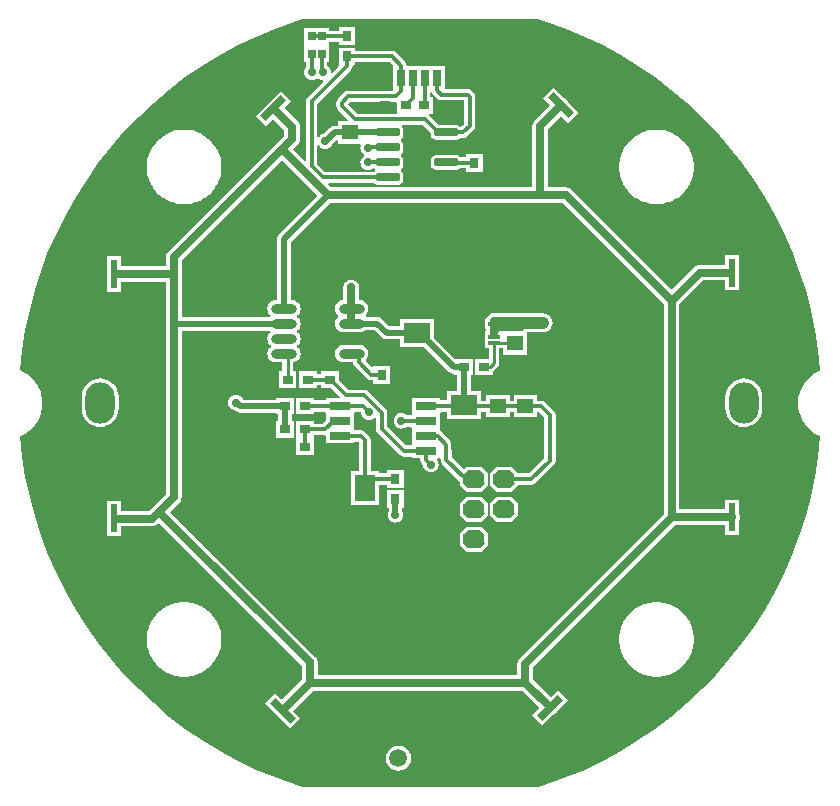
<source format=gtl>
G04*
G04 #@! TF.GenerationSoftware,Altium Limited,Altium Designer,19.1.8 (144)*
G04*
G04 Layer_Physical_Order=1*
G04 Layer_Color=255*
%FSLAX25Y25*%
%MOIN*%
G70*
G01*
G75*
%ADD12C,0.01000*%
%ADD22R,0.09894X0.13394*%
%ADD46R,0.06890X0.02559*%
%ADD47R,0.03150X0.03543*%
%ADD48O,0.03937X0.06299*%
%ADD49R,0.03150X0.05512*%
%ADD50R,0.02756X0.05512*%
%ADD51R,0.09500X0.13000*%
G04:AMPARAMS|DCode=52|XSize=77.56mil|YSize=23.62mil|CornerRadius=2.95mil|HoleSize=0mil|Usage=FLASHONLY|Rotation=180.000|XOffset=0mil|YOffset=0mil|HoleType=Round|Shape=RoundedRectangle|*
%AMROUNDEDRECTD52*
21,1,0.07756,0.01772,0,0,180.0*
21,1,0.07165,0.02362,0,0,180.0*
1,1,0.00591,-0.03583,0.00886*
1,1,0.00591,0.03583,0.00886*
1,1,0.00591,0.03583,-0.00886*
1,1,0.00591,-0.03583,-0.00886*
%
%ADD52ROUNDEDRECTD52*%
%ADD53R,0.03937X0.03150*%
%ADD54R,0.03937X0.01181*%
G04:AMPARAMS|DCode=55|XSize=23.62mil|YSize=94.49mil|CornerRadius=0mil|HoleSize=0mil|Usage=FLASHONLY|Rotation=135.000|XOffset=0mil|YOffset=0mil|HoleType=Round|Shape=Rectangle|*
%AMROTATEDRECTD55*
4,1,4,0.04176,0.02506,-0.02506,-0.04176,-0.04176,-0.02506,0.02506,0.04176,0.04176,0.02506,0.0*
%
%ADD55ROTATEDRECTD55*%

G04:AMPARAMS|DCode=56|XSize=62.99mil|YSize=94.49mil|CornerRadius=0mil|HoleSize=0mil|Usage=FLASHONLY|Rotation=315.000|XOffset=0mil|YOffset=0mil|HoleType=Round|Shape=Rectangle|*
%AMROTATEDRECTD56*
4,1,4,-0.05568,-0.01114,0.01114,0.05568,0.05568,0.01114,-0.01114,-0.05568,-0.05568,-0.01114,0.0*
%
%ADD56ROTATEDRECTD56*%

%ADD57R,0.02559X0.03150*%
%ADD58R,0.07087X0.08780*%
%ADD59R,0.05512X0.05118*%
%ADD60O,0.08661X0.03150*%
%ADD61R,0.08780X0.07087*%
%ADD62R,0.06299X0.09449*%
%ADD63R,0.02362X0.09449*%
G04:AMPARAMS|DCode=64|XSize=23.62mil|YSize=94.49mil|CornerRadius=0mil|HoleSize=0mil|Usage=FLASHONLY|Rotation=225.000|XOffset=0mil|YOffset=0mil|HoleType=Round|Shape=Rectangle|*
%AMROTATEDRECTD64*
4,1,4,-0.02506,0.04176,0.04176,-0.02506,0.02506,-0.04176,-0.04176,0.02506,-0.02506,0.04176,0.0*
%
%ADD64ROTATEDRECTD64*%

G04:AMPARAMS|DCode=65|XSize=62.99mil|YSize=94.49mil|CornerRadius=0mil|HoleSize=0mil|Usage=FLASHONLY|Rotation=45.000|XOffset=0mil|YOffset=0mil|HoleType=Round|Shape=Rectangle|*
%AMROTATEDRECTD65*
4,1,4,0.01114,-0.05568,-0.05568,0.01114,-0.01114,0.05568,0.05568,-0.01114,0.01114,-0.05568,0.0*
%
%ADD65ROTATEDRECTD65*%

%ADD66R,0.03543X0.03150*%
%ADD67C,0.02756*%
%ADD68C,0.01299*%
%ADD69C,0.02126*%
%ADD70C,0.03937*%
%ADD71C,0.01968*%
%ADD72C,0.01063*%
G04:AMPARAMS|DCode=73|XSize=13.78mil|YSize=19.68mil|CornerRadius=0mil|HoleSize=0mil|Usage=FLASHONLY|Rotation=315.000|XOffset=0mil|YOffset=0mil|HoleType=Round|Shape=Rectangle|*
%AMROTATEDRECTD73*
4,1,4,-0.01183,-0.00209,0.00209,0.01183,0.01183,0.00209,-0.00209,-0.01183,-0.01183,-0.00209,0.0*
%
%ADD73ROTATEDRECTD73*%

%ADD74R,0.01378X0.01968*%
G04:AMPARAMS|DCode=75|XSize=13.78mil|YSize=19.68mil|CornerRadius=0mil|HoleSize=0mil|Usage=FLASHONLY|Rotation=45.000|XOffset=0mil|YOffset=0mil|HoleType=Round|Shape=Rectangle|*
%AMROTATEDRECTD75*
4,1,4,0.00209,-0.01183,-0.01183,0.00209,-0.00209,0.01183,0.01183,-0.00209,0.00209,-0.01183,0.0*
%
%ADD75ROTATEDRECTD75*%

G04:AMPARAMS|DCode=76|XSize=98.43mil|YSize=137.8mil|CornerRadius=49.21mil|HoleSize=0mil|Usage=FLASHONLY|Rotation=0.000|XOffset=0mil|YOffset=0mil|HoleType=Round|Shape=RoundedRectangle|*
%AMROUNDEDRECTD76*
21,1,0.09843,0.03937,0,0,0.0*
21,1,0.00000,0.13780,0,0,0.0*
1,1,0.09843,0.00000,-0.01968*
1,1,0.09843,0.00000,-0.01968*
1,1,0.09843,0.00000,0.01968*
1,1,0.09843,0.00000,0.01968*
%
%ADD76ROUNDEDRECTD76*%
G04:AMPARAMS|DCode=77|XSize=60mil|YSize=70mil|CornerRadius=0mil|HoleSize=0mil|Usage=FLASHONLY|Rotation=270.000|XOffset=0mil|YOffset=0mil|HoleType=Round|Shape=Octagon|*
%AMOCTAGOND77*
4,1,8,0.03500,0.01500,0.03500,-0.01500,0.02000,-0.03000,-0.02000,-0.03000,-0.03500,-0.01500,-0.03500,0.01500,-0.02000,0.03000,0.02000,0.03000,0.03500,0.01500,0.0*
%
%ADD77OCTAGOND77*%

%ADD78C,0.05906*%
%ADD79C,0.02756*%
G36*
X81864Y258768D02*
X88262Y256466D01*
X94535Y253843D01*
X100666Y250905D01*
X106641Y247658D01*
X112442Y244113D01*
X118056Y240278D01*
X123469Y236163D01*
X128665Y231778D01*
X133632Y227135D01*
X138357Y222246D01*
X142828Y217123D01*
X147032Y211780D01*
X150960Y206230D01*
X154601Y200488D01*
X157946Y194569D01*
X160986Y188487D01*
X163714Y182259D01*
X166121Y175900D01*
X168203Y169428D01*
X169953Y162858D01*
X171368Y156207D01*
X172442Y149494D01*
X173175Y142734D01*
X173179Y142670D01*
X172112Y142201D01*
X171785Y142003D01*
X171445Y141827D01*
X170200Y140963D01*
X169917Y140706D01*
X169617Y140468D01*
X168560Y139381D01*
X168332Y139075D01*
X168083Y138784D01*
X167254Y137515D01*
X167088Y137170D01*
X166900Y136837D01*
X166329Y135432D01*
X166233Y135062D01*
X166112Y134700D01*
X165821Y133212D01*
X165797Y132830D01*
X165747Y132451D01*
Y130935D01*
X165797Y130556D01*
X165821Y130174D01*
X166112Y128686D01*
X166233Y128323D01*
X166329Y127953D01*
X166900Y126549D01*
X167088Y126216D01*
X167254Y125871D01*
X168083Y124602D01*
X168332Y124311D01*
X168560Y124005D01*
X169617Y122917D01*
X169917Y122680D01*
X170200Y122423D01*
X171445Y121558D01*
X171785Y121383D01*
X172112Y121185D01*
X173179Y120716D01*
X173175Y120652D01*
X172442Y113892D01*
X171368Y107178D01*
X169953Y100528D01*
X168203Y93958D01*
X166121Y87485D01*
X163714Y81127D01*
X160986Y74899D01*
X157946Y68817D01*
X154601Y62897D01*
X150960Y57156D01*
X147032Y51606D01*
X142828Y46262D01*
X138357Y41140D01*
X133632Y36251D01*
X128665Y31608D01*
X123469Y27223D01*
X118056Y23108D01*
X112442Y19272D01*
X106640Y15727D01*
X100666Y12481D01*
X94535Y9543D01*
X88262Y6919D01*
X81864Y4618D01*
X79175Y3802D01*
X353Y3802D01*
X-2337Y4618D01*
X-8734Y6919D01*
X-15007Y9543D01*
X-21138Y12481D01*
X-27113Y15727D01*
X-32915Y19272D01*
X-38529Y23108D01*
X-43941Y27223D01*
X-49137Y31607D01*
X-54105Y36250D01*
X-58830Y41140D01*
X-63300Y46262D01*
X-67505Y51605D01*
X-71433Y57156D01*
X-75074Y62897D01*
X-78419Y68817D01*
X-81459Y74899D01*
X-84186Y81127D01*
X-86594Y87485D01*
X-88675Y93958D01*
X-90426Y100528D01*
X-91840Y107179D01*
X-92915Y113892D01*
X-93648Y120652D01*
X-93651Y120716D01*
X-92585Y121185D01*
X-92257Y121383D01*
X-91918Y121558D01*
X-90672Y122423D01*
X-90389Y122680D01*
X-90089Y122917D01*
X-89033Y124005D01*
X-88804Y124311D01*
X-88555Y124602D01*
X-87726Y125871D01*
X-87561Y126216D01*
X-87372Y126549D01*
X-86802Y127953D01*
X-86705Y128323D01*
X-86584Y128686D01*
X-86294Y130174D01*
X-86270Y130556D01*
X-86220Y130935D01*
Y132451D01*
X-86270Y132830D01*
X-86294Y133212D01*
X-86584Y134700D01*
X-86706Y135063D01*
X-86802Y135432D01*
X-87372Y136837D01*
X-87561Y137170D01*
X-87726Y137515D01*
X-88555Y138784D01*
X-88804Y139075D01*
X-89033Y139381D01*
X-90089Y140468D01*
X-90389Y140706D01*
X-90672Y140963D01*
X-91918Y141827D01*
X-92257Y142003D01*
X-92585Y142201D01*
X-93651Y142670D01*
X-93648Y142734D01*
X-92915Y149494D01*
X-91840Y156207D01*
X-90426Y162858D01*
X-88675Y169428D01*
X-86594Y175900D01*
X-84186Y182259D01*
X-81459Y188487D01*
X-78419Y194569D01*
X-75074Y200488D01*
X-71433Y206230D01*
X-67505Y211780D01*
X-63300Y217123D01*
X-58830Y222246D01*
X-54105Y227135D01*
X-49138Y231778D01*
X-43941Y236163D01*
X-38529Y240278D01*
X-32915Y244113D01*
X-27113Y247658D01*
X-21138Y250905D01*
X-15007Y253843D01*
X-8734Y256466D01*
X-2337Y258768D01*
X353Y259584D01*
X79175D01*
X81864Y258768D01*
D02*
G37*
%LPC*%
G36*
X18129Y256909D02*
X12580D01*
Y255823D01*
X9369D01*
Y256712D01*
X1064D01*
Y251306D01*
X1064Y251162D01*
Y250806D01*
X1064Y250662D01*
Y245257D01*
X1657D01*
Y243706D01*
X1292Y243229D01*
X1032Y242602D01*
X943Y241929D01*
X1032Y241256D01*
X1292Y240629D01*
X1705Y240090D01*
X2243Y239677D01*
X2870Y239417D01*
X3543Y239329D01*
X4216Y239417D01*
X4843Y239677D01*
X5382Y240090D01*
X5806Y239889D01*
X6082Y239677D01*
X6709Y239418D01*
X7211Y239351D01*
X7430Y238864D01*
X2210Y233643D01*
X1801Y233031D01*
X1657Y232310D01*
Y212657D01*
X1196Y212466D01*
X-2658Y216319D01*
X-1114Y217863D01*
X-701Y218401D01*
X-441Y219028D01*
X-353Y219701D01*
Y223829D01*
X-441Y224502D01*
X-701Y225129D01*
X-1114Y225668D01*
X-5594Y230148D01*
X-3313Y232429D01*
X-6681Y235796D01*
X-15059Y227418D01*
X-11692Y224050D01*
X-9272Y226470D01*
X-5553Y222752D01*
Y220778D01*
X-44176Y182155D01*
X-44589Y181617D01*
X-44849Y180990D01*
X-44937Y180317D01*
Y177403D01*
X-59961D01*
Y180728D01*
X-64724D01*
Y168879D01*
X-59961D01*
Y172203D01*
X-44937D01*
Y158209D01*
Y101456D01*
X-49083Y97311D01*
X-50605Y95788D01*
X-59961D01*
Y99172D01*
X-64724D01*
Y87324D01*
X-59961D01*
Y90588D01*
X-49528D01*
X-48856Y90676D01*
X-48228Y90936D01*
X-47690Y91350D01*
X-47244Y91795D01*
X353Y44199D01*
Y39576D01*
X-6398Y32825D01*
X-8564Y34991D01*
X-11931Y31624D01*
X-3553Y23245D01*
X-186Y26613D01*
X-2721Y29148D01*
X4030Y35899D01*
X73683D01*
X79518Y30064D01*
X77132Y27678D01*
X80500Y24311D01*
X83990Y27802D01*
X84305Y27932D01*
X84844Y28345D01*
X85257Y28884D01*
X85387Y29199D01*
X88878Y32689D01*
X85510Y36057D01*
X83195Y33741D01*
X77360Y39576D01*
Y43766D01*
X124635Y91041D01*
X141379D01*
Y87717D01*
X146141D01*
Y92654D01*
X146272Y92969D01*
X146360Y93642D01*
X146272Y94315D01*
X146141Y94630D01*
Y99566D01*
X141379D01*
Y96242D01*
X126158D01*
Y164804D01*
X133951Y172597D01*
X141379D01*
Y169272D01*
X146141D01*
Y181121D01*
X141379D01*
Y177797D01*
X132874D01*
X132201Y177708D01*
X131574Y177449D01*
X131035Y177035D01*
X123558Y169558D01*
X90222Y202894D01*
X89683Y203308D01*
X89056Y203568D01*
X88383Y203656D01*
X82364D01*
Y223061D01*
X86769Y227467D01*
X89120Y225116D01*
X92487Y228483D01*
X88996Y231974D01*
X88866Y232289D01*
X88453Y232827D01*
X87914Y233241D01*
X87599Y233371D01*
X84109Y236862D01*
X80741Y233494D01*
X83092Y231144D01*
X77925Y225977D01*
X77512Y225439D01*
X77252Y224812D01*
X77164Y224138D01*
Y203656D01*
X10005D01*
X9083Y204578D01*
X9275Y205040D01*
X24244D01*
X24296Y204962D01*
X24791Y204631D01*
X25374Y204515D01*
X32539D01*
X33123Y204631D01*
X33617Y204962D01*
X33948Y205456D01*
X34064Y206040D01*
Y207811D01*
X33948Y208395D01*
X33617Y208890D01*
X33231Y209148D01*
X33192Y209323D01*
Y209528D01*
X33231Y209703D01*
X33617Y209962D01*
X33948Y210456D01*
X34064Y211040D01*
Y212811D01*
X33948Y213395D01*
X33617Y213890D01*
X33231Y214148D01*
X33192Y214323D01*
Y214528D01*
X33231Y214703D01*
X33617Y214962D01*
X33948Y215456D01*
X34064Y216040D01*
Y217811D01*
X33948Y218395D01*
X33617Y218889D01*
X33231Y219148D01*
X33192Y219323D01*
Y219528D01*
X33231Y219703D01*
X33617Y219962D01*
X33948Y220456D01*
X34064Y221040D01*
Y222811D01*
X33948Y223395D01*
X33617Y223889D01*
X33583Y223912D01*
X33735Y224412D01*
X40595D01*
X43338Y221669D01*
Y221040D01*
X43454Y220456D01*
X43784Y219962D01*
X44279Y219631D01*
X44862Y219515D01*
X52027D01*
X52611Y219631D01*
X53106Y219962D01*
X53158Y220040D01*
X54097D01*
X54819Y220183D01*
X55431Y220592D01*
X57618Y222779D01*
X58027Y223391D01*
X58170Y224113D01*
Y233781D01*
X58027Y234503D01*
X57618Y235115D01*
X56857Y235876D01*
X56245Y236285D01*
X55523Y236428D01*
X47932D01*
Y244113D01*
X35272D01*
Y244173D01*
X35128Y244895D01*
X34719Y245507D01*
X31648Y248578D01*
X31037Y248986D01*
X30315Y249130D01*
X18129D01*
Y250216D01*
X12580D01*
Y244272D01*
X12580Y244272D01*
X12580D01*
X12404Y243838D01*
X10447Y241881D01*
X9960Y242100D01*
X9894Y242602D01*
X9634Y243229D01*
X9221Y243768D01*
X8776Y244109D01*
Y245257D01*
X9369D01*
Y250662D01*
X9369Y250806D01*
Y251162D01*
X9369Y251306D01*
Y252051D01*
X12580D01*
Y250965D01*
X18129D01*
Y256909D01*
D02*
G37*
G36*
X119188Y222873D02*
X117820D01*
X117690Y222847D01*
X117558Y222856D01*
X116202Y222677D01*
X116077Y222635D01*
X115945Y222626D01*
X114624Y222272D01*
X114505Y222214D01*
X114375Y222188D01*
X113111Y221665D01*
X113002Y221591D01*
X112876Y221549D01*
X111692Y220865D01*
X111592Y220777D01*
X111473Y220719D01*
X110388Y219886D01*
X110301Y219787D01*
X110191Y219713D01*
X109224Y218746D01*
X109150Y218636D01*
X109051Y218549D01*
X108218Y217464D01*
X108160Y217345D01*
X108072Y217245D01*
X107388Y216061D01*
X107346Y215935D01*
X107272Y215826D01*
X106749Y214562D01*
X106723Y214432D01*
X106665Y214313D01*
X106311Y212992D01*
X106302Y212860D01*
X106260Y212735D01*
X106081Y211379D01*
X106090Y211247D01*
X106064Y211117D01*
Y209749D01*
X106090Y209619D01*
X106081Y209487D01*
X106260Y208131D01*
X106302Y208006D01*
X106311Y207874D01*
X106665Y206553D01*
X106723Y206434D01*
X106749Y206304D01*
X107272Y205041D01*
X107346Y204931D01*
X107388Y204805D01*
X108072Y203621D01*
X108160Y203521D01*
X108218Y203402D01*
X109051Y202318D01*
X109150Y202230D01*
X109224Y202120D01*
X110191Y201153D01*
X110301Y201080D01*
X110388Y200980D01*
X111473Y200147D01*
X111592Y200089D01*
X111692Y200002D01*
X112876Y199318D01*
X113002Y199275D01*
X113111Y199202D01*
X114375Y198678D01*
X114505Y198652D01*
X114624Y198594D01*
X115945Y198240D01*
X116077Y198231D01*
X116202Y198189D01*
X117558Y198010D01*
X117690Y198019D01*
X117820Y197993D01*
X119188D01*
X119318Y198019D01*
X119450Y198010D01*
X120806Y198189D01*
X120931Y198231D01*
X121063Y198240D01*
X122384Y198594D01*
X122503Y198652D01*
X122633Y198678D01*
X123896Y199202D01*
X124006Y199275D01*
X124132Y199318D01*
X125316Y200002D01*
X125416Y200089D01*
X125534Y200147D01*
X126620Y200980D01*
X126707Y201080D01*
X126817Y201153D01*
X127784Y202120D01*
X127857Y202230D01*
X127957Y202318D01*
X128790Y203402D01*
X128848Y203521D01*
X128936Y203621D01*
X129619Y204805D01*
X129662Y204931D01*
X129735Y205041D01*
X130259Y206304D01*
X130285Y206434D01*
X130343Y206553D01*
X130697Y207874D01*
X130706Y208006D01*
X130748Y208131D01*
X130927Y209487D01*
X130918Y209619D01*
X130944Y209749D01*
Y211117D01*
X130918Y211247D01*
X130927Y211379D01*
X130748Y212735D01*
X130706Y212860D01*
X130697Y212992D01*
X130343Y214313D01*
X130285Y214432D01*
X130259Y214562D01*
X129735Y215826D01*
X129662Y215935D01*
X129619Y216061D01*
X128936Y217245D01*
X128848Y217345D01*
X128790Y217464D01*
X127957Y218549D01*
X127857Y218636D01*
X127784Y218746D01*
X126817Y219713D01*
X126707Y219787D01*
X126620Y219886D01*
X125534Y220719D01*
X125416Y220777D01*
X125316Y220865D01*
X124132Y221549D01*
X124006Y221591D01*
X123896Y221665D01*
X122633Y222188D01*
X122503Y222214D01*
X122384Y222272D01*
X121063Y222626D01*
X120931Y222635D01*
X120806Y222677D01*
X119450Y222856D01*
X119318Y222847D01*
X119188Y222873D01*
D02*
G37*
G36*
X-38293D02*
X-39660D01*
X-39790Y222847D01*
X-39922Y222856D01*
X-41278Y222677D01*
X-41403Y222635D01*
X-41536Y222626D01*
X-42857Y222272D01*
X-42975Y222214D01*
X-43105Y222188D01*
X-44369Y221665D01*
X-44479Y221591D01*
X-44604Y221549D01*
X-45789Y220865D01*
X-45888Y220777D01*
X-46007Y220719D01*
X-47092Y219886D01*
X-47179Y219787D01*
X-47289Y219713D01*
X-48256Y218746D01*
X-48330Y218636D01*
X-48430Y218549D01*
X-49262Y217464D01*
X-49321Y217345D01*
X-49408Y217245D01*
X-50092Y216061D01*
X-50134Y215935D01*
X-50208Y215826D01*
X-50731Y214562D01*
X-50757Y214432D01*
X-50816Y214313D01*
X-51170Y212992D01*
X-51178Y212860D01*
X-51221Y212735D01*
X-51399Y211379D01*
X-51391Y211247D01*
X-51416Y211117D01*
Y209749D01*
X-51391Y209619D01*
X-51399Y209487D01*
X-51221Y208131D01*
X-51178Y208006D01*
X-51170Y207874D01*
X-50816Y206553D01*
X-50757Y206434D01*
X-50731Y206304D01*
X-50208Y205041D01*
X-50134Y204931D01*
X-50092Y204805D01*
X-49408Y203621D01*
X-49321Y203521D01*
X-49262Y203402D01*
X-48430Y202318D01*
X-48330Y202230D01*
X-48256Y202120D01*
X-47289Y201153D01*
X-47179Y201080D01*
X-47092Y200980D01*
X-46007Y200147D01*
X-45888Y200089D01*
X-45789Y200002D01*
X-44604Y199318D01*
X-44479Y199275D01*
X-44369Y199202D01*
X-43105Y198678D01*
X-42975Y198652D01*
X-42857Y198594D01*
X-41536Y198240D01*
X-41403Y198231D01*
X-41278Y198189D01*
X-39922Y198010D01*
X-39790Y198019D01*
X-39660Y197993D01*
X-38293D01*
X-38163Y198019D01*
X-38031Y198010D01*
X-36675Y198189D01*
X-36549Y198231D01*
X-36417Y198240D01*
X-35096Y198594D01*
X-34977Y198652D01*
X-34848Y198678D01*
X-33584Y199202D01*
X-33474Y199275D01*
X-33349Y199318D01*
X-32164Y200002D01*
X-32065Y200089D01*
X-31946Y200147D01*
X-30861Y200980D01*
X-30773Y201080D01*
X-30663Y201153D01*
X-29696Y202120D01*
X-29623Y202230D01*
X-29523Y202318D01*
X-28691Y203402D01*
X-28632Y203521D01*
X-28545Y203621D01*
X-27861Y204805D01*
X-27818Y204931D01*
X-27745Y205041D01*
X-27222Y206304D01*
X-27196Y206434D01*
X-27137Y206553D01*
X-26783Y207874D01*
X-26774Y208006D01*
X-26732Y208131D01*
X-26553Y209487D01*
X-26562Y209619D01*
X-26536Y209749D01*
Y211117D01*
X-26562Y211247D01*
X-26553Y211379D01*
X-26732Y212735D01*
X-26774Y212860D01*
X-26783Y212992D01*
X-27137Y214313D01*
X-27196Y214432D01*
X-27222Y214562D01*
X-27745Y215826D01*
X-27818Y215935D01*
X-27861Y216061D01*
X-28545Y217245D01*
X-28632Y217345D01*
X-28691Y217464D01*
X-29523Y218549D01*
X-29623Y218636D01*
X-29696Y218746D01*
X-30663Y219713D01*
X-30773Y219787D01*
X-30861Y219886D01*
X-31946Y220719D01*
X-32065Y220777D01*
X-32164Y220865D01*
X-33349Y221549D01*
X-33474Y221591D01*
X-33584Y221665D01*
X-34848Y222188D01*
X-34977Y222214D01*
X-35096Y222272D01*
X-36417Y222626D01*
X-36549Y222635D01*
X-36675Y222677D01*
X-38031Y222856D01*
X-38163Y222847D01*
X-38293Y222873D01*
D02*
G37*
G36*
X60549Y214767D02*
X54999D01*
Y213746D01*
X53201D01*
X53106Y213890D01*
X52611Y214220D01*
X52027Y214336D01*
X44862D01*
X44279Y214220D01*
X43784Y213890D01*
X43454Y213395D01*
X43338Y212811D01*
Y211040D01*
X43454Y210456D01*
X43784Y209962D01*
X44279Y209631D01*
X44862Y209515D01*
X52027D01*
X52611Y209631D01*
X53106Y209962D01*
X53114Y209974D01*
X54999D01*
Y208823D01*
X60549D01*
Y214767D01*
D02*
G37*
G36*
X147638Y140009D02*
X146438Y139891D01*
X145284Y139541D01*
X144221Y138972D01*
X143289Y138208D01*
X142524Y137276D01*
X141955Y136212D01*
X141605Y135058D01*
X141487Y133858D01*
Y129921D01*
X141605Y128721D01*
X141955Y127567D01*
X142524Y126504D01*
X143289Y125572D01*
X144221Y124807D01*
X145284Y124239D01*
X146438Y123889D01*
X147638Y123770D01*
X148838Y123889D01*
X149992Y124239D01*
X151055Y124807D01*
X151987Y125572D01*
X152752Y126504D01*
X153321Y127567D01*
X153671Y128721D01*
X153789Y129921D01*
Y133858D01*
X153671Y135058D01*
X153321Y136212D01*
X152752Y137276D01*
X151987Y138208D01*
X151055Y138972D01*
X149992Y139541D01*
X148838Y139891D01*
X147638Y140009D01*
D02*
G37*
G36*
X-66929D02*
X-68129Y139891D01*
X-69283Y139541D01*
X-70346Y138972D01*
X-71279Y138208D01*
X-72043Y137276D01*
X-72612Y136212D01*
X-72962Y135058D01*
X-73080Y133858D01*
Y129921D01*
X-72962Y128721D01*
X-72612Y127567D01*
X-72043Y126504D01*
X-71279Y125572D01*
X-70346Y124807D01*
X-69283Y124239D01*
X-68129Y123889D01*
X-66929Y123770D01*
X-65729Y123889D01*
X-64575Y124239D01*
X-63512Y124807D01*
X-62580Y125572D01*
X-61815Y126504D01*
X-61247Y127567D01*
X-60896Y128721D01*
X-60778Y129921D01*
Y133858D01*
X-60896Y135058D01*
X-61247Y136212D01*
X-61815Y137276D01*
X-62580Y138208D01*
X-63512Y138972D01*
X-64575Y139541D01*
X-65729Y139891D01*
X-66929Y140009D01*
D02*
G37*
G36*
X119188Y65393D02*
X117820D01*
X117690Y65367D01*
X117558Y65376D01*
X116202Y65197D01*
X116077Y65155D01*
X115945Y65146D01*
X114624Y64792D01*
X114505Y64733D01*
X114375Y64708D01*
X113111Y64184D01*
X113002Y64111D01*
X112876Y64068D01*
X111692Y63384D01*
X111592Y63297D01*
X111473Y63239D01*
X110388Y62406D01*
X110301Y62306D01*
X110191Y62233D01*
X109224Y61266D01*
X109150Y61156D01*
X109051Y61068D01*
X108218Y59983D01*
X108160Y59865D01*
X108072Y59765D01*
X107388Y58581D01*
X107346Y58455D01*
X107272Y58345D01*
X106749Y57082D01*
X106723Y56952D01*
X106665Y56833D01*
X106311Y55512D01*
X106302Y55380D01*
X106260Y55255D01*
X106081Y53899D01*
X106090Y53766D01*
X106064Y53637D01*
Y52269D01*
X106090Y52139D01*
X106081Y52007D01*
X106260Y50651D01*
X106302Y50526D01*
X106311Y50393D01*
X106665Y49073D01*
X106723Y48954D01*
X106749Y48824D01*
X107272Y47560D01*
X107346Y47450D01*
X107388Y47325D01*
X108072Y46141D01*
X108160Y46041D01*
X108218Y45922D01*
X109051Y44837D01*
X109150Y44750D01*
X109224Y44640D01*
X110191Y43673D01*
X110301Y43599D01*
X110388Y43500D01*
X111473Y42667D01*
X111592Y42608D01*
X111692Y42521D01*
X112876Y41837D01*
X113002Y41795D01*
X113111Y41721D01*
X114375Y41198D01*
X114505Y41172D01*
X114624Y41113D01*
X115945Y40760D01*
X116077Y40751D01*
X116202Y40708D01*
X117558Y40530D01*
X117690Y40538D01*
X117820Y40513D01*
X119188D01*
X119318Y40538D01*
X119450Y40530D01*
X120806Y40708D01*
X120931Y40751D01*
X121063Y40760D01*
X122384Y41113D01*
X122503Y41172D01*
X122633Y41198D01*
X123896Y41721D01*
X124006Y41795D01*
X124132Y41837D01*
X125316Y42521D01*
X125416Y42608D01*
X125534Y42667D01*
X126620Y43500D01*
X126707Y43599D01*
X126817Y43673D01*
X127784Y44640D01*
X127857Y44750D01*
X127957Y44837D01*
X128790Y45922D01*
X128848Y46041D01*
X128936Y46141D01*
X129619Y47325D01*
X129662Y47450D01*
X129735Y47560D01*
X130259Y48824D01*
X130285Y48954D01*
X130343Y49073D01*
X130697Y50393D01*
X130706Y50526D01*
X130748Y50651D01*
X130927Y52007D01*
X130918Y52139D01*
X130944Y52269D01*
Y53637D01*
X130918Y53766D01*
X130927Y53899D01*
X130748Y55255D01*
X130706Y55380D01*
X130697Y55512D01*
X130343Y56833D01*
X130285Y56952D01*
X130259Y57082D01*
X129735Y58345D01*
X129662Y58455D01*
X129619Y58581D01*
X128936Y59765D01*
X128848Y59865D01*
X128790Y59983D01*
X127957Y61068D01*
X127857Y61156D01*
X127784Y61266D01*
X126817Y62233D01*
X126707Y62306D01*
X126620Y62406D01*
X125534Y63239D01*
X125416Y63297D01*
X125316Y63384D01*
X124132Y64068D01*
X124006Y64111D01*
X123896Y64184D01*
X122633Y64708D01*
X122503Y64733D01*
X122384Y64792D01*
X121063Y65146D01*
X120931Y65155D01*
X120806Y65197D01*
X119450Y65376D01*
X119318Y65367D01*
X119188Y65393D01*
D02*
G37*
G36*
X-38293D02*
X-39660D01*
X-39790Y65367D01*
X-39922Y65376D01*
X-41278Y65197D01*
X-41403Y65155D01*
X-41536Y65146D01*
X-42857Y64792D01*
X-42975Y64733D01*
X-43105Y64708D01*
X-44369Y64184D01*
X-44479Y64111D01*
X-44604Y64068D01*
X-45789Y63384D01*
X-45888Y63297D01*
X-46007Y63239D01*
X-47092Y62406D01*
X-47179Y62306D01*
X-47289Y62233D01*
X-48256Y61266D01*
X-48330Y61156D01*
X-48430Y61068D01*
X-49262Y59983D01*
X-49321Y59865D01*
X-49408Y59765D01*
X-50092Y58581D01*
X-50134Y58455D01*
X-50208Y58345D01*
X-50731Y57082D01*
X-50757Y56952D01*
X-50816Y56833D01*
X-51170Y55512D01*
X-51178Y55380D01*
X-51221Y55255D01*
X-51399Y53899D01*
X-51391Y53766D01*
X-51416Y53637D01*
Y52269D01*
X-51391Y52139D01*
X-51399Y52007D01*
X-51221Y50651D01*
X-51178Y50526D01*
X-51170Y50393D01*
X-50816Y49073D01*
X-50757Y48954D01*
X-50731Y48824D01*
X-50208Y47560D01*
X-50134Y47450D01*
X-50092Y47325D01*
X-49408Y46141D01*
X-49321Y46041D01*
X-49262Y45922D01*
X-48430Y44837D01*
X-48330Y44750D01*
X-48256Y44640D01*
X-47289Y43673D01*
X-47179Y43599D01*
X-47092Y43500D01*
X-46007Y42667D01*
X-45888Y42608D01*
X-45789Y42521D01*
X-44604Y41837D01*
X-44479Y41795D01*
X-44369Y41721D01*
X-43105Y41198D01*
X-42975Y41172D01*
X-42857Y41113D01*
X-41536Y40760D01*
X-41403Y40751D01*
X-41278Y40708D01*
X-39922Y40530D01*
X-39790Y40538D01*
X-39660Y40513D01*
X-38293D01*
X-38163Y40538D01*
X-38031Y40530D01*
X-36675Y40708D01*
X-36549Y40751D01*
X-36417Y40760D01*
X-35096Y41113D01*
X-34977Y41172D01*
X-34848Y41198D01*
X-33584Y41721D01*
X-33474Y41795D01*
X-33349Y41837D01*
X-32164Y42521D01*
X-32065Y42608D01*
X-31946Y42667D01*
X-30861Y43500D01*
X-30773Y43599D01*
X-30663Y43673D01*
X-29696Y44640D01*
X-29623Y44750D01*
X-29523Y44837D01*
X-28691Y45922D01*
X-28632Y46041D01*
X-28545Y46141D01*
X-27861Y47325D01*
X-27818Y47450D01*
X-27745Y47560D01*
X-27222Y48824D01*
X-27196Y48954D01*
X-27137Y49073D01*
X-26783Y50393D01*
X-26774Y50526D01*
X-26732Y50651D01*
X-26553Y52007D01*
X-26562Y52139D01*
X-26536Y52269D01*
Y53637D01*
X-26562Y53766D01*
X-26553Y53899D01*
X-26732Y55255D01*
X-26774Y55380D01*
X-26783Y55512D01*
X-27137Y56833D01*
X-27196Y56952D01*
X-27222Y57082D01*
X-27745Y58345D01*
X-27818Y58455D01*
X-27861Y58581D01*
X-28545Y59765D01*
X-28632Y59865D01*
X-28691Y59983D01*
X-29523Y61068D01*
X-29623Y61156D01*
X-29696Y61266D01*
X-30663Y62233D01*
X-30773Y62306D01*
X-30861Y62406D01*
X-31946Y63239D01*
X-32065Y63297D01*
X-32164Y63384D01*
X-33349Y64068D01*
X-33474Y64111D01*
X-33584Y64184D01*
X-34848Y64708D01*
X-34977Y64733D01*
X-35096Y64792D01*
X-36417Y65146D01*
X-36549Y65155D01*
X-36675Y65197D01*
X-38031Y65376D01*
X-38163Y65367D01*
X-38293Y65393D01*
D02*
G37*
G36*
X32480Y17476D02*
X31396Y17333D01*
X30386Y16915D01*
X29518Y16249D01*
X28853Y15382D01*
X28435Y14371D01*
X28292Y13287D01*
X28435Y12203D01*
X28853Y11193D01*
X29518Y10326D01*
X30386Y9660D01*
X31396Y9241D01*
X32480Y9099D01*
X33564Y9241D01*
X34575Y9660D01*
X35442Y10326D01*
X36108Y11193D01*
X36526Y12203D01*
X36669Y13287D01*
X36526Y14371D01*
X36108Y15382D01*
X35442Y16249D01*
X34575Y16915D01*
X33564Y17333D01*
X32480Y17476D01*
D02*
G37*
%LPD*%
G36*
X31871Y231650D02*
Y228214D01*
X31383Y228184D01*
X18858D01*
X15757Y231284D01*
X16601Y232127D01*
X31389D01*
X31871Y231650D01*
D02*
G37*
G36*
X30808Y244084D02*
Y236202D01*
X30433Y235899D01*
X15820D01*
X15098Y235755D01*
X14486Y235347D01*
X12295Y233156D01*
X11886Y232544D01*
X11743Y231822D01*
Y230746D01*
X11886Y230024D01*
X12295Y229413D01*
X15538Y226170D01*
X15347Y225708D01*
X12384D01*
Y224176D01*
X11256D01*
X11256Y224176D01*
X10403Y224006D01*
X9681Y223524D01*
X9681Y223523D01*
X7736Y221579D01*
X7450Y221541D01*
X6823Y221281D01*
X6284Y220868D01*
X5929Y220405D01*
X5641Y220440D01*
X5429Y220541D01*
Y231529D01*
X16688Y242787D01*
X17097Y243399D01*
X17240Y244121D01*
Y244272D01*
X18129D01*
Y245358D01*
X29534D01*
X30808Y244084D01*
D02*
G37*
G36*
X43626Y235233D02*
X44021Y234643D01*
X45455Y233209D01*
X46066Y232800D01*
X46788Y232656D01*
X54399D01*
Y224894D01*
X53577Y224072D01*
X53106Y223889D01*
X52611Y224220D01*
X52027Y224336D01*
X46005D01*
X42709Y227631D01*
X42586Y227714D01*
X42737Y228214D01*
X44113D01*
Y233764D01*
X43126D01*
Y235098D01*
X43589Y235241D01*
X43626Y235233D01*
D02*
G37*
G36*
X12384Y219220D02*
Y218190D01*
X19613D01*
X19947Y217690D01*
X19851Y217457D01*
X19762Y216784D01*
X19851Y216111D01*
X20110Y215484D01*
X20524Y214946D01*
X20904Y214653D01*
X20943Y214537D01*
Y214173D01*
X20904Y214057D01*
X20524Y213764D01*
X20110Y213226D01*
X19851Y212599D01*
X19762Y211926D01*
X19851Y211253D01*
X20110Y210626D01*
X20524Y210087D01*
X21062Y209674D01*
X21689Y209414D01*
X22362Y209325D01*
X23035Y209414D01*
X23662Y209674D01*
X23821Y209796D01*
X24257Y209948D01*
X24686Y209690D01*
X24722Y209528D01*
Y209323D01*
X24683Y209148D01*
X24296Y208890D01*
X24244Y208811D01*
X8143D01*
X5429Y211525D01*
Y217518D01*
X5641Y217619D01*
X5929Y217653D01*
X6284Y217191D01*
X6823Y216777D01*
X7450Y216518D01*
X8123Y216429D01*
X8796Y216518D01*
X9423Y216777D01*
X9962Y217191D01*
X10375Y217729D01*
X10509Y218052D01*
X11884Y219427D01*
X12384Y219220D01*
D02*
G37*
G36*
X5458Y200849D02*
X-7301Y188090D01*
X-7801Y187341D01*
X-7977Y186459D01*
Y166007D01*
X-8425D01*
X-9150Y165912D01*
X-9825Y165632D01*
X-10404Y165188D01*
X-10849Y164608D01*
X-11129Y163933D01*
X-11224Y163209D01*
X-11129Y162484D01*
X-10849Y161809D01*
X-10404Y161230D01*
X-10136Y161024D01*
X-10130Y161004D01*
X-10295Y160516D01*
X-39737D01*
Y174803D01*
Y179240D01*
X-6335Y212642D01*
X5458Y200849D01*
D02*
G37*
G36*
X120958Y164804D02*
Y94719D01*
X72921Y46682D01*
X72508Y46143D01*
X72248Y45516D01*
X72159Y44844D01*
Y41100D01*
X5553D01*
Y45276D01*
X5464Y45949D01*
X5205Y46576D01*
X4791Y47114D01*
X-43567Y95472D01*
X-40499Y98541D01*
X-40085Y99079D01*
X-39826Y99706D01*
X-39737Y100379D01*
Y155901D01*
X-10295D01*
X-10130Y155413D01*
X-10136Y155394D01*
X-10404Y155188D01*
X-10849Y154608D01*
X-11129Y153933D01*
X-11224Y153209D01*
X-11129Y152484D01*
X-10849Y151809D01*
X-10404Y151230D01*
X-10136Y151024D01*
Y150393D01*
X-10404Y150188D01*
X-10849Y149608D01*
X-11129Y148933D01*
X-11224Y148209D01*
X-11129Y147484D01*
X-10849Y146809D01*
X-10404Y146230D01*
X-9825Y145785D01*
X-9150Y145505D01*
X-8425Y145410D01*
X-6204D01*
Y142271D01*
X-7442D01*
Y136722D01*
X-1499D01*
Y142271D01*
X-2737D01*
Y145433D01*
X-2189Y145505D01*
X-1514Y145785D01*
X-934Y146230D01*
X-490Y146809D01*
X-210Y147484D01*
X-115Y148209D01*
X-210Y148933D01*
X-490Y149608D01*
X-934Y150188D01*
X-1203Y150393D01*
Y151024D01*
X-934Y151230D01*
X-490Y151809D01*
X-210Y152484D01*
X-115Y153209D01*
X-210Y153933D01*
X-490Y154608D01*
X-934Y155188D01*
X-1203Y155394D01*
Y156024D01*
X-934Y156230D01*
X-490Y156809D01*
X-210Y157484D01*
X-115Y158209D01*
X-210Y158933D01*
X-490Y159608D01*
X-934Y160188D01*
X-1203Y160394D01*
Y161024D01*
X-934Y161230D01*
X-490Y161809D01*
X-210Y162484D01*
X-115Y163209D01*
X-210Y163933D01*
X-490Y164608D01*
X-934Y165188D01*
X-1514Y165632D01*
X-2189Y165912D01*
X-2913Y166007D01*
X-3362D01*
Y185503D01*
X9591Y198456D01*
X87306D01*
X120958Y164804D01*
D02*
G37*
%LPC*%
G36*
X64077Y161755D02*
X63783Y161697D01*
X63609Y161662D01*
X63609Y161662D01*
X63608Y161662D01*
X63066Y161437D01*
X63066Y161437D01*
X62867Y161304D01*
X62669Y161172D01*
X62669Y161172D01*
X62255Y160757D01*
X62255Y160757D01*
X62255Y160757D01*
X62106Y160535D01*
X61989Y160360D01*
X61989Y160360D01*
X61989Y160360D01*
X61783Y159862D01*
X61187D01*
Y156281D01*
X61672D01*
Y155689D01*
X61187D01*
Y152108D01*
Y150021D01*
X62590D01*
Y146476D01*
X58052D01*
Y140926D01*
X63995D01*
Y142353D01*
X64144Y142452D01*
X65604Y143913D01*
X65987Y144485D01*
X66121Y145161D01*
Y150021D01*
X67374D01*
Y147880D01*
X75286D01*
Y154179D01*
Y155269D01*
X80709D01*
X81536Y155378D01*
X82307Y155697D01*
X82968Y156205D01*
X83476Y156867D01*
X83796Y157637D01*
X83904Y158465D01*
X83796Y159292D01*
X83476Y160063D01*
X82968Y160724D01*
X82307Y161232D01*
X81536Y161551D01*
X80709Y161660D01*
X75286D01*
Y161697D01*
X74204D01*
X74105Y161721D01*
X73961Y161727D01*
X73819Y161755D01*
X73356Y161755D01*
X73356Y161755D01*
X73356Y161755D01*
X64370Y161755D01*
X64077Y161755D01*
X64077Y161755D01*
X64077Y161755D01*
D02*
G37*
G36*
X19685Y151007D02*
X14173D01*
X13449Y150912D01*
X12774Y150632D01*
X12194Y150188D01*
X11749Y149608D01*
X11470Y148933D01*
X11374Y148209D01*
X11470Y147484D01*
X11749Y146809D01*
X12194Y146230D01*
X12774Y145785D01*
X13449Y145505D01*
X14173Y145410D01*
X17299D01*
Y145304D01*
X17442Y144582D01*
X17851Y143970D01*
X22013Y139808D01*
X22625Y139399D01*
X23346Y139256D01*
X24115D01*
Y138170D01*
X29665D01*
Y144113D01*
X24115D01*
Y143693D01*
X23653Y143502D01*
X21514Y145641D01*
X21547Y146140D01*
X21664Y146230D01*
X22109Y146809D01*
X22388Y147484D01*
X22484Y148209D01*
X22388Y148933D01*
X22109Y149608D01*
X21664Y150188D01*
X21084Y150632D01*
X20409Y150912D01*
X19685Y151007D01*
D02*
G37*
G36*
X16732Y172876D02*
X16059Y172787D01*
X15432Y172527D01*
X14894Y172114D01*
X14480Y171576D01*
X14221Y170949D01*
X14132Y170276D01*
Y166002D01*
X13449Y165912D01*
X12774Y165632D01*
X12194Y165188D01*
X11749Y164608D01*
X11470Y163933D01*
X11374Y163209D01*
X11470Y162484D01*
X11749Y161809D01*
X12194Y161230D01*
X12462Y161024D01*
Y160394D01*
X12194Y160188D01*
X11749Y159608D01*
X11470Y158933D01*
X11374Y158209D01*
X11470Y157484D01*
X11749Y156809D01*
X12194Y156230D01*
X12774Y155785D01*
X13449Y155505D01*
X14173Y155410D01*
X19685D01*
X20409Y155505D01*
X21084Y155785D01*
X21341Y155982D01*
X24566D01*
X26965Y153583D01*
X26965Y153583D01*
X27687Y153100D01*
X28539Y152930D01*
X28539Y152930D01*
X33111D01*
Y150414D01*
X41141D01*
X49429Y142126D01*
X49429Y142126D01*
X50152Y141643D01*
X51004Y141474D01*
X51359Y141155D01*
Y140926D01*
X52104D01*
Y135764D01*
X48741D01*
Y132670D01*
X46279D01*
Y133264D01*
X36989D01*
Y128764D01*
X36989Y128305D01*
Y128024D01*
X36635Y127671D01*
X35242D01*
X34765Y128036D01*
X34137Y128296D01*
X33465Y128385D01*
X32792Y128296D01*
X32164Y128036D01*
X31626Y127623D01*
X31213Y127085D01*
X30953Y126458D01*
X30864Y125785D01*
X30953Y125112D01*
X31213Y124485D01*
X31626Y123946D01*
X32164Y123533D01*
X32792Y123273D01*
X33465Y123185D01*
X34137Y123273D01*
X34765Y123533D01*
X35242Y123899D01*
X36635D01*
X36989Y123545D01*
Y123305D01*
X36989Y122805D01*
Y118764D01*
X36989Y118305D01*
X36989D01*
Y118264D01*
X36989D01*
Y117671D01*
X35033D01*
X28776Y123928D01*
Y128484D01*
X28632Y129206D01*
X28223Y129818D01*
X22468Y135573D01*
X21856Y135982D01*
X21134Y136126D01*
X15881D01*
X12618Y139389D01*
Y142271D01*
X6675D01*
Y141382D01*
X5194D01*
Y142271D01*
X-749D01*
Y136722D01*
X5194D01*
Y137610D01*
X6675D01*
Y136722D01*
X9951D01*
X12947Y133726D01*
X12755Y133264D01*
X8446D01*
Y132670D01*
X4323D01*
Y133560D01*
X-1620D01*
Y128010D01*
X4323D01*
Y128899D01*
X8092D01*
X8446Y128545D01*
Y128305D01*
X8446Y127805D01*
Y125972D01*
X7342Y124868D01*
X4323D01*
Y125757D01*
X-1620D01*
Y120355D01*
X-1620Y120208D01*
X-1620D01*
X-1594Y119866D01*
X-1594D01*
Y114316D01*
X4350D01*
Y119719D01*
X4350Y119866D01*
X4350D01*
X4323Y120208D01*
X4323D01*
Y121097D01*
X8123D01*
X8446Y120832D01*
Y118305D01*
X17735D01*
Y118899D01*
X19298D01*
X19453Y118744D01*
Y108915D01*
X16595D01*
Y97736D01*
X26082D01*
Y104537D01*
X28721D01*
Y103451D01*
X34271D01*
Y109394D01*
X28721D01*
Y108308D01*
X26082D01*
Y108915D01*
X23224D01*
Y119525D01*
X23081Y120247D01*
X22672Y120858D01*
X21412Y122118D01*
X20800Y122527D01*
X20079Y122670D01*
X17735D01*
Y123264D01*
X17736D01*
Y123305D01*
X17735D01*
Y127805D01*
X17735Y128264D01*
Y128545D01*
X18089Y128899D01*
X19809D01*
X20048Y128661D01*
X20126Y128065D01*
X20386Y127437D01*
X20799Y126899D01*
X21338Y126486D01*
X21965Y126226D01*
X22638Y126137D01*
X23311Y126226D01*
X23938Y126486D01*
X24476Y126899D01*
X24504Y126935D01*
X25004Y126765D01*
Y123147D01*
X25148Y122425D01*
X25556Y121813D01*
X32919Y114451D01*
X33530Y114042D01*
X34252Y113899D01*
X36989D01*
Y113305D01*
X39748D01*
Y112894D01*
X39892Y112172D01*
X40300Y111560D01*
X40717Y111144D01*
X40795Y110547D01*
X41055Y109920D01*
X41469Y109382D01*
X42007Y108969D01*
X42634Y108709D01*
X43307Y108620D01*
X43980Y108709D01*
X44607Y108969D01*
X45146Y109382D01*
X45559Y109920D01*
X45819Y110547D01*
X45907Y111221D01*
X45819Y111893D01*
X45559Y112521D01*
X45341Y112805D01*
X45587Y113305D01*
X46279D01*
X46606Y112941D01*
Y112715D01*
X46749Y111993D01*
X47158Y111381D01*
X52998Y105541D01*
Y104260D01*
X55098Y102160D01*
X60298D01*
X62398Y104260D01*
Y108460D01*
X60298Y110560D01*
X55098D01*
X54206Y109667D01*
X50377Y113496D01*
Y117847D01*
X50234Y118569D01*
X49825Y119181D01*
X46887Y122118D01*
X46279Y122525D01*
X46279Y123264D01*
X46279Y123764D01*
Y127805D01*
X46279Y128264D01*
Y128545D01*
X46632Y128899D01*
X48741D01*
Y126278D01*
X59921D01*
Y128785D01*
X61792D01*
Y126912D01*
X69704D01*
Y128785D01*
X70847D01*
Y126912D01*
X78759D01*
Y128785D01*
X79316D01*
X81119Y126982D01*
Y113314D01*
X76051Y108246D01*
X72398D01*
Y108460D01*
X70298Y110560D01*
X65098D01*
X62998Y108460D01*
Y104260D01*
X65098Y102160D01*
X70298D01*
X72398Y104260D01*
Y104474D01*
X76832D01*
X77554Y104618D01*
X78166Y105026D01*
X84339Y111199D01*
X84747Y111811D01*
X84891Y112533D01*
Y127763D01*
X84747Y128485D01*
X84339Y129097D01*
X81431Y132004D01*
X80819Y132413D01*
X80097Y132557D01*
X78759D01*
Y134430D01*
X70847D01*
Y132557D01*
X69704D01*
Y134430D01*
X61792D01*
Y132557D01*
X59921D01*
Y135764D01*
X56558D01*
Y140926D01*
X57302D01*
Y146476D01*
X51379D01*
X44291Y153564D01*
Y159901D01*
X33111D01*
Y157385D01*
X29462D01*
X27063Y159783D01*
X26340Y160266D01*
X25488Y160436D01*
X25488Y160436D01*
X21788D01*
X21639Y160611D01*
X21664Y161230D01*
X22109Y161809D01*
X22388Y162484D01*
X22484Y163209D01*
X22388Y163933D01*
X22109Y164608D01*
X21664Y165188D01*
X21084Y165632D01*
X20409Y165912D01*
X19685Y166007D01*
X19332D01*
Y170276D01*
X19244Y170949D01*
X18984Y171576D01*
X18571Y172114D01*
X18032Y172527D01*
X17405Y172787D01*
X16732Y172876D01*
D02*
G37*
G36*
X-21654Y134490D02*
X-22327Y134401D01*
X-22954Y134142D01*
X-23492Y133728D01*
X-23905Y133190D01*
X-24165Y132563D01*
X-24254Y131890D01*
X-24165Y131217D01*
X-23905Y130590D01*
X-23492Y130051D01*
X-22954Y129638D01*
X-22327Y129378D01*
X-22041Y129341D01*
X-21797Y129096D01*
X-21796Y129096D01*
X-21074Y128613D01*
X-20222Y128444D01*
X-20222Y128444D01*
X-8313D01*
Y128010D01*
X-7568D01*
Y125757D01*
X-8313D01*
Y120208D01*
X-2370D01*
Y125757D01*
X-3114D01*
Y128010D01*
X-2370D01*
Y133560D01*
X-8313D01*
Y132898D01*
X-19281D01*
X-19402Y133190D01*
X-19815Y133728D01*
X-20354Y134142D01*
X-20981Y134401D01*
X-21654Y134490D01*
D02*
G37*
G36*
X70298Y100560D02*
X65098D01*
X62998Y98460D01*
Y94260D01*
X65098Y92160D01*
X70298D01*
X72398Y94260D01*
Y98460D01*
X70298Y100560D01*
D02*
G37*
G36*
X60298D02*
X55098D01*
X52998Y98460D01*
Y94260D01*
X55098Y92160D01*
X60298D01*
X62398Y94260D01*
Y98460D01*
X60298Y100560D01*
D02*
G37*
G36*
X34271Y102701D02*
X28721D01*
Y96758D01*
X29269D01*
Y95821D01*
X29244Y95788D01*
X28984Y95161D01*
X28896Y94488D01*
X28984Y93815D01*
X29244Y93188D01*
X29657Y92650D01*
X30196Y92236D01*
X30823Y91977D01*
X31496Y91888D01*
X32169Y91977D01*
X32796Y92236D01*
X33335Y92650D01*
X33748Y93188D01*
X34008Y93815D01*
X34096Y94488D01*
X34008Y95161D01*
X33748Y95788D01*
X33723Y95821D01*
Y96758D01*
X34271D01*
Y102701D01*
D02*
G37*
G36*
X60298Y90560D02*
X55098D01*
X52998Y88460D01*
Y84260D01*
X55098Y82160D01*
X60298D01*
X62398Y84260D01*
Y88460D01*
X60298Y90560D01*
D02*
G37*
%LPD*%
G36*
X64370Y160531D02*
X73356Y160531D01*
X73819Y160531D01*
D01*
X74286Y160419D01*
X74376Y160382D01*
X74653Y160105D01*
X74803Y159743D01*
X74803Y159547D01*
X74803Y157283D01*
X74803Y157283D01*
X74803Y156970D01*
X74563Y156391D01*
X74120Y155948D01*
X73542Y155709D01*
X73228Y155709D01*
X66299D01*
X66299Y155709D01*
X66192Y155698D01*
X65993Y155616D01*
X65841Y155464D01*
X65759Y155265D01*
X65748Y155157D01*
X65748Y153602D01*
X62895D01*
Y159057D01*
X62895Y159350D01*
X63120Y159892D01*
X63535Y160307D01*
X64077Y160531D01*
X64370Y160531D01*
D02*
G37*
D12*
X-4470Y139496D02*
Y147216D01*
X-5463Y148209D02*
X-4470Y147216D01*
X-5669Y148209D02*
X-5463D01*
D22*
X5630Y155709D02*
D03*
D46*
X41634Y130785D02*
D03*
Y125785D02*
D03*
Y120785D02*
D03*
Y115785D02*
D03*
X13091D02*
D03*
Y120785D02*
D03*
Y125785D02*
D03*
Y130785D02*
D03*
D47*
X26890Y141142D02*
D03*
Y147835D02*
D03*
X57774Y211795D02*
D03*
Y218488D02*
D03*
X31496Y106422D02*
D03*
Y99730D02*
D03*
X15354Y253937D02*
D03*
Y247244D02*
D03*
D48*
X56378Y256260D02*
D03*
Y241299D02*
D03*
X22362D02*
D03*
Y256260D02*
D03*
X56378D02*
D03*
D49*
X50197Y240158D02*
D03*
X28543D02*
D03*
D50*
X45354D02*
D03*
X41339D02*
D03*
X37402D02*
D03*
X33386D02*
D03*
D51*
X38701Y214426D02*
D03*
D52*
X28957Y206926D02*
D03*
Y211926D02*
D03*
Y216926D02*
D03*
Y221926D02*
D03*
X48445D02*
D03*
Y216926D02*
D03*
Y211926D02*
D03*
Y206926D02*
D03*
D53*
X49985Y152796D02*
D03*
Y157087D02*
D03*
D54*
X64355Y151812D02*
D03*
Y153898D02*
D03*
Y158071D02*
D03*
D55*
X-9186Y229923D02*
D03*
X83005Y30184D02*
D03*
D56*
X-13780Y234517D02*
D03*
X87598Y25591D02*
D03*
D57*
X3543Y253937D02*
D03*
Y248031D02*
D03*
X6890Y253937D02*
D03*
Y248031D02*
D03*
D58*
X9843Y103325D02*
D03*
X21339D02*
D03*
D59*
X74803Y130671D02*
D03*
Y124372D02*
D03*
X71330Y151639D02*
D03*
Y157938D02*
D03*
X16340Y215650D02*
D03*
Y221949D02*
D03*
X65748Y130671D02*
D03*
Y124372D02*
D03*
D60*
X-5669Y163209D02*
D03*
Y158209D02*
D03*
Y153209D02*
D03*
Y148209D02*
D03*
X16929Y163209D02*
D03*
Y158209D02*
D03*
Y153209D02*
D03*
Y148209D02*
D03*
D61*
X54331Y119525D02*
D03*
Y131021D02*
D03*
X38701Y155157D02*
D03*
Y143661D02*
D03*
D62*
X-68839Y174803D02*
D03*
X-68839Y93248D02*
D03*
X150256Y93642D02*
D03*
X150256Y175197D02*
D03*
D63*
X-62343Y174803D02*
D03*
X-62343Y93248D02*
D03*
X143760Y93642D02*
D03*
X143760Y175197D02*
D03*
D64*
X-6058Y29118D02*
D03*
X86614Y230989D02*
D03*
D65*
X-10652Y24525D02*
D03*
X91208Y235582D02*
D03*
D66*
X9647Y139496D02*
D03*
X16340D02*
D03*
X-4470D02*
D03*
X2222D02*
D03*
X-5341Y130785D02*
D03*
X1352D02*
D03*
X-5315Y117091D02*
D03*
X1378D02*
D03*
X1352Y122982D02*
D03*
X-5341D02*
D03*
X54331Y143701D02*
D03*
X61024D02*
D03*
X28150Y230989D02*
D03*
X34843D02*
D03*
X47835Y230989D02*
D03*
X41142D02*
D03*
D67*
X-2953Y219701D02*
Y223829D01*
X-8636Y229512D02*
X-2953Y223829D01*
X-47244Y95472D02*
X2953Y45276D01*
Y38499D02*
Y45276D01*
X-6058Y29488D02*
X2953Y38499D01*
X-47244Y95472D02*
X-42337Y100379D01*
X-49528Y93188D02*
X-47244Y95472D01*
X-42337Y100379D02*
Y158209D01*
X-61358Y93188D02*
X-49528D01*
X-42337Y174803D02*
Y180317D01*
Y158209D02*
Y174803D01*
Y180317D02*
X-2953Y219701D01*
X-61358Y174803D02*
X-42337D01*
X8928Y201056D02*
X80097D01*
X-6335Y216319D02*
X8928Y201056D01*
X80097D02*
X88383D01*
X79764Y201389D02*
X80097Y201056D01*
X79764Y201389D02*
Y224138D01*
X88383Y201056D02*
X123558Y165881D01*
X79764Y224138D02*
X86614Y230989D01*
X123558Y165881D02*
X132874Y175197D01*
X142524D01*
X123558Y93642D02*
Y165881D01*
Y93642D02*
X143760D01*
X74760Y44844D02*
X123558Y93642D01*
X74760Y38499D02*
Y44844D01*
Y38499D02*
X83005Y30254D01*
Y30184D02*
Y30254D01*
X2953Y38499D02*
X74760D01*
X16732Y158405D02*
Y170276D01*
Y158405D02*
X16929Y158209D01*
D68*
X7362Y206926D02*
X28957D01*
X3543Y210744D02*
X7362Y206926D01*
X3543Y210744D02*
Y232310D01*
X13629Y230746D02*
X18077Y226298D01*
X13629Y230746D02*
Y231822D01*
X15820Y234013D01*
X33386Y235582D02*
Y240158D01*
X31817Y234013D02*
X33386Y235582D01*
X15820Y234013D02*
X31817D01*
X74803Y130671D02*
X80097D01*
X83005Y127763D01*
Y112533D02*
Y127763D01*
X76832Y106360D02*
X83005Y112533D01*
X67698Y106360D02*
X76832D01*
X3543Y232310D02*
X15354Y244121D01*
Y247244D01*
X33465Y125785D02*
X41634D01*
X48491Y112715D02*
Y117847D01*
X45554Y120785D02*
X48491Y117847D01*
X41634Y120785D02*
X45554D01*
X54846Y106360D02*
X57698D01*
X48491Y112715D02*
X54846Y106360D01*
X34252Y115785D02*
X41634D01*
X21134Y134240D02*
X26890Y128484D01*
Y123147D02*
Y128484D01*
Y123147D02*
X34252Y115785D01*
X65748Y130671D02*
X74803D01*
X9647Y139496D02*
X9844D01*
X2222D02*
X9647D01*
X54681Y130671D02*
X65748D01*
X54331Y131021D02*
X54681Y130671D01*
X15100Y134240D02*
X21134D01*
X54094Y130785D02*
X54331Y131021D01*
X41634Y130785D02*
X54094D01*
X41240Y237816D02*
Y240059D01*
Y231087D02*
Y237816D01*
X46788Y234542D02*
X55523D01*
X45354Y235976D02*
X46788Y234542D01*
X45354Y235976D02*
Y240158D01*
X48445Y221926D02*
X54097D01*
X56284Y224113D01*
Y233781D01*
X55523Y234542D02*
X56284Y233781D01*
X41376Y226298D02*
X45748Y221926D01*
X18077Y226298D02*
X41376D01*
X45748Y221926D02*
X48445D01*
X57709Y211860D02*
X57774Y211795D01*
X48510Y211860D02*
X57709D01*
X48445Y211926D02*
X48510Y211860D01*
X7087Y241929D02*
X7382D01*
X6890Y242126D02*
X7087Y241929D01*
X3543Y241929D02*
Y248031D01*
X6890Y242126D02*
Y248031D01*
X22362Y211926D02*
X28957D01*
X22362Y216784D02*
X22503Y216926D01*
X28957D01*
X9844Y139496D02*
X15100Y134240D01*
X23779Y106422D02*
X31496D01*
X21339Y103981D02*
X23779Y106422D01*
X19184Y145304D02*
Y148209D01*
Y145304D02*
X23346Y141142D01*
X26890D01*
X16929Y148209D02*
X19184D01*
X41634Y112894D02*
X43307Y111221D01*
X41634Y112894D02*
Y115785D01*
X41142Y230989D02*
X41240Y231087D01*
Y240059D02*
X41339Y240158D01*
X34843Y230989D02*
X35039D01*
X37402Y233351D01*
Y240158D01*
X33386D02*
Y244173D01*
X30315Y247244D02*
X33386Y244173D01*
X15354Y247244D02*
X30315D01*
X3543Y253937D02*
X6890D01*
X15354D01*
X21339Y103981D02*
Y119525D01*
Y103325D02*
Y103981D01*
X20591Y130785D02*
X22638Y128737D01*
X13091Y130785D02*
X20591D01*
X20079Y120785D02*
X21339Y119525D01*
X13091Y120785D02*
X20079D01*
X1352Y117117D02*
Y122982D01*
Y117117D02*
X1378Y117091D01*
X8123Y122982D02*
X10925Y125785D01*
X1352Y122982D02*
X8123D01*
X10925Y125785D02*
X13091D01*
X1352Y130785D02*
X13091D01*
D69*
X-5669Y186459D02*
X8928Y201056D01*
X-5669Y163209D02*
Y186459D01*
X-42337Y158209D02*
X-5669D01*
D70*
X71856Y158465D02*
X80709D01*
X71330Y157938D02*
X71856Y158465D01*
D71*
X19196Y221926D02*
Y221949D01*
X54331Y131021D02*
Y143701D01*
X51004D02*
X54331D01*
X39547Y155157D02*
X51004Y143701D01*
X38701Y155157D02*
X39547D01*
X31496Y94488D02*
Y99730D01*
X11256Y221949D02*
X16340D01*
X8336Y219029D02*
X11256Y221949D01*
X8123Y219029D02*
X8336D01*
X-5341Y122982D02*
Y130785D01*
X-20222Y130671D02*
X-5652D01*
X-5538Y130785D01*
X-5341D01*
X-21441Y131890D02*
X-20222Y130671D01*
X-21654Y131890D02*
X-21441D01*
X28539Y155157D02*
X38701D01*
X25488Y158209D02*
X28539Y155157D01*
X16929Y158209D02*
X25488D01*
X16340Y221949D02*
X19196D01*
Y221926D02*
X28957D01*
D72*
X62895Y143701D02*
X64355Y145161D01*
Y151812D01*
X61024Y143701D02*
X62895D01*
X71157Y151812D02*
X71330Y151639D01*
X64355Y151812D02*
X71157D01*
D73*
X-8003Y228740D02*
D03*
X81822Y31367D02*
D03*
D74*
X-60669Y174803D02*
D03*
X-60669Y93248D02*
D03*
X142087Y93642D02*
D03*
X142087Y175197D02*
D03*
D75*
X-4875Y30301D02*
D03*
X85431Y229806D02*
D03*
D76*
X147638Y131890D02*
D03*
X-66929D02*
D03*
D77*
X67698Y86360D02*
D03*
X57698D02*
D03*
X67698Y96360D02*
D03*
X57698D02*
D03*
X67698Y106360D02*
D03*
X57698D02*
D03*
D78*
X27559Y23130D02*
D03*
X55118D02*
D03*
X32480Y13287D02*
D03*
X50197D02*
D03*
D79*
X149606Y186024D02*
D03*
Y164608D02*
D03*
X98425Y226716D02*
D03*
X82677Y243110D02*
D03*
X-21654Y225394D02*
D03*
X-4921Y241929D02*
D03*
X95472Y34449D02*
D03*
X78740Y18108D02*
D03*
X147638Y104331D02*
D03*
Y82677D02*
D03*
X-66929Y162402D02*
D03*
Y186024D02*
D03*
Y105315D02*
D03*
Y81693D02*
D03*
X-18701Y32480D02*
D03*
X-2953Y16732D02*
D03*
X23346Y230746D02*
D03*
X71856Y164608D02*
D03*
X56378D02*
D03*
X38701Y136811D02*
D03*
X5906Y112205D02*
D03*
X984Y106299D02*
D03*
X8928Y170276D02*
D03*
X2870D02*
D03*
X82968Y140009D02*
D03*
X52027Y226716D02*
D03*
X8123Y211117D02*
D03*
X80709Y158465D02*
D03*
X31496Y94488D02*
D03*
X8123Y219029D02*
D03*
X-21654Y131890D02*
D03*
X16732Y170276D02*
D03*
X33465Y125785D02*
D03*
X7382Y241929D02*
D03*
X3543Y241929D02*
D03*
X22362Y211926D02*
D03*
Y216784D02*
D03*
X43307Y111221D02*
D03*
X22638Y128737D02*
D03*
M02*

</source>
